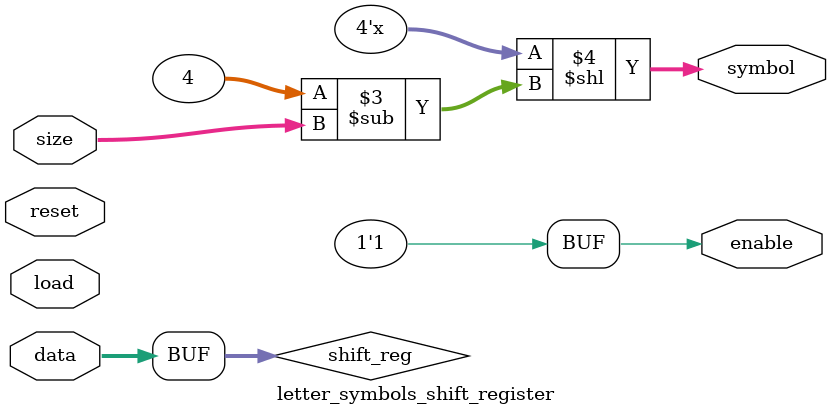
<source format=v>
module letter_symbols_shift_register (data, load, enable, reset, size, symbol);
input [3:0] data;
input [2:0] size;
input load, reset;

output enable;
output [3:0] symbol;

reg [3:0] shift_reg;
reg enable;
reg [3:0] symbol;

always@(data, reset) begin
	if(reset == 0) begin
		enable <= 0;
		symbol <= 0;
	end
	//else if(load == 1) begin
		enable <= 1;
		shift_reg <= data;
		//gets amount of time we need to shift so morse code starts from highest bit
		//if size = 4 then we dont need to shift
		//shift left to where actual morse code begins.
		//removes unnecessary zeros from being added and put to the right hand side
		symbol <= shift_reg << (4-size);
	//end
end

endmodule
</source>
